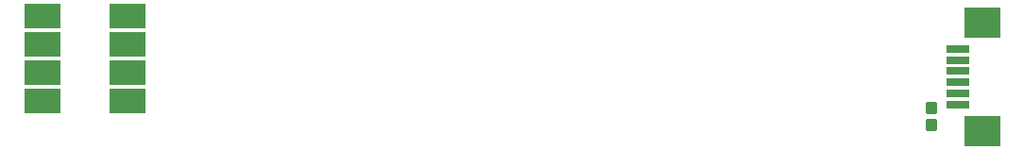
<source format=gts>
G75*
%MOIN*%
%OFA0B0*%
%FSLAX25Y25*%
%IPPOS*%
%LPD*%
%AMOC8*
5,1,8,0,0,1.08239X$1,22.5*
%
%ADD10R,0.12611X0.08674*%
%ADD11R,0.07887X0.03162*%
%ADD12R,0.12611X0.11036*%
%ADD13C,0.01185*%
D10*
X0045541Y0104793D03*
X0045541Y0114833D03*
X0045541Y0124793D03*
X0045541Y0134793D03*
X0075541Y0134793D03*
X0075541Y0124793D03*
X0075541Y0114833D03*
X0075541Y0104793D03*
D11*
X0368707Y0103392D03*
X0368707Y0107329D03*
X0368707Y0111266D03*
X0368707Y0115203D03*
X0368707Y0119140D03*
X0368707Y0123077D03*
D12*
X0377250Y0132329D03*
X0377250Y0094140D03*
D13*
X0360633Y0094655D02*
X0360633Y0097813D01*
X0360633Y0094655D02*
X0357867Y0094655D01*
X0357867Y0097813D01*
X0360633Y0097813D01*
X0360633Y0095839D02*
X0357867Y0095839D01*
X0357867Y0097023D02*
X0360633Y0097023D01*
X0360633Y0100655D02*
X0360633Y0103813D01*
X0360633Y0100655D02*
X0357867Y0100655D01*
X0357867Y0103813D01*
X0360633Y0103813D01*
X0360633Y0101839D02*
X0357867Y0101839D01*
X0357867Y0103023D02*
X0360633Y0103023D01*
M02*

</source>
